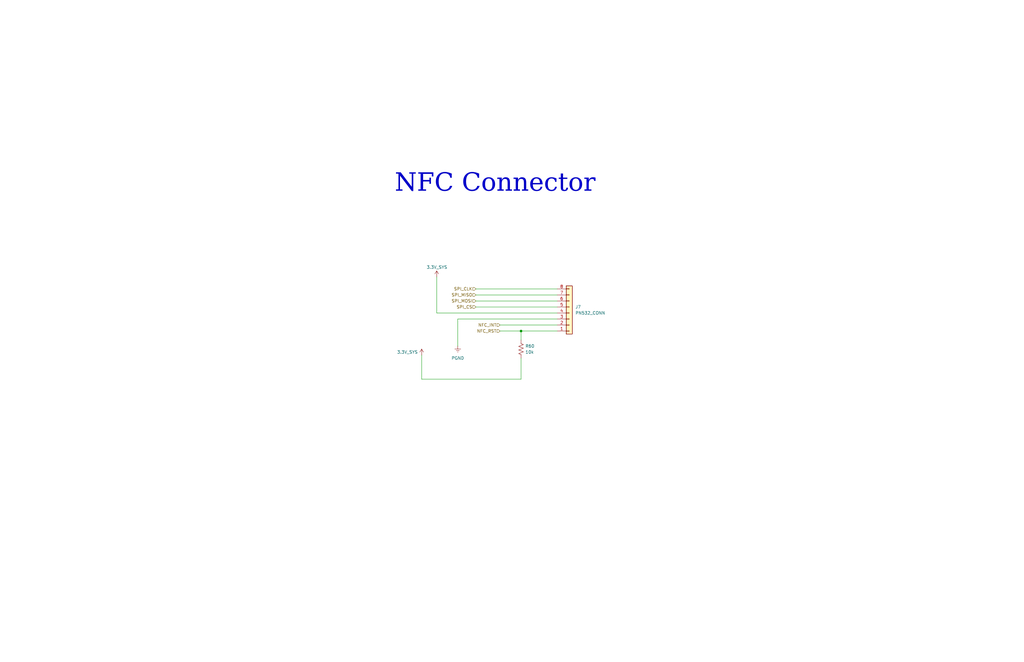
<source format=kicad_sch>
(kicad_sch (version 20231120) (generator "eeschema") (generator_version "8.0")
  (paper "B")
  (title_block (title "SCAN Schematic") (date "2025-02-25") (rev "1.2") (company "Senior Design Group 35"))
  (lib_symbols
    (symbol "Connector_Generic:Conn_01x08" (pin_names (offset 1.016) hide)
      (property "Reference" "J7" (at 2.54 0.0001 0))
      (property "Value" "PN532_CONN" (at 2.54 -2.5399 0))
      (symbol "Conn_01x08_1_1"
        (rectangle (start -1.27 -10.033) (end 0 -10.287) (stroke (width 0.1524)))
        (rectangle (start -1.27 -7.493) (end 0 -7.747) (stroke (width 0.1524)))
        (rectangle (start -1.27 -4.953) (end 0 -5.207) (stroke (width 0.1524)))
        (rectangle (start -1.27 -2.413) (end 0 -2.667) (stroke (width 0.1524)))
        (rectangle (start -1.27 0.127) (end 0 -0.127) (stroke (width 0.1524)))
        (rectangle (start -1.27 2.667) (end 0 2.413) (stroke (width 0.1524)))
        (rectangle (start -1.27 5.207) (end 0 4.953) (stroke (width 0.1524)))
        (rectangle (start -1.27 7.747) (end 0 7.493) (stroke (width 0.1524)))
        (rectangle (start -1.27 8.89) (end 1.27 -11.43) (stroke (width 0.254)) (fill (type background)))
        (pin passive line (at -5.08 -10.16 0) (length 3.81) (name "Pin_8") (number "1"))
        (pin passive line (at -5.08 -7.62 0) (length 3.81) (name "Pin_7") (number "2"))
        (pin passive line (at -5.08 -5.08 0) (length 3.81) (name "Pin_6") (number "3"))
        (pin passive line (at -5.08 -2.54 0) (length 3.81) (name "Pin_5") (number "4"))
        (pin passive line (at -5.08 0 0) (length 3.81) (name "Pin_4") (number "5"))
        (pin passive line (at -5.08 2.54 0) (length 3.81) (name "Pin_3") (number "6"))
        (pin passive line (at -5.08 5.08 0) (length 3.81) (name "Pin_2") (number "7"))
        (pin passive line (at -5.08 7.62 0) (length 3.81) (name "Pin_1") (number "8"))
      )
    )
    (symbol "Device:R_US" (pin_numbers hide) (pin_names (offset 0))
      (property "Reference" "R" (at 2.54 0 90))
      (property "Value" "R_US" (at -2.54 0 90))
      (symbol "R_US_0_1"
        (polyline (pts (xy 0 -2.286) (xy 0 -2.54)))
        (polyline (pts (xy 0 2.286) (xy 0 2.54)))
        (polyline (pts (xy 0 -0.762) (xy 1.016 -1.143) (xy 0 -1.524) (xy -1.016 -1.905) (xy 0 -2.286)))
        (polyline (pts (xy 0 0.762) (xy 1.016 0.381) (xy 0 0) (xy -1.016 -0.381) (xy 0 -0.762)))
        (polyline (pts (xy 0 2.286) (xy 1.016 1.905) (xy 0 1.524) (xy -1.016 1.143) (xy 0 0.762)))
      )
      (symbol "R_US_1_1"
        (pin passive line (at 0 3.81 270) (length 1.27) (name "~") (number "1"))
        (pin passive line (at 0 -3.81 90) (length 1.27) (name "~") (number "2"))
      )
    )
    (symbol "power:+3.3V" (power) (pin_numbers hide) (pin_names (offset 0) hide)
      (property "Value" "+3.3V" (at 0 3.556 0))
      (symbol "+3.3V_0_1"
        (polyline (pts (xy -0.762 1.27) (xy 0 2.54)))
        (polyline (pts (xy 0 0) (xy 0 2.54)))
        (polyline (pts (xy 0 2.54) (xy 0.762 1.27)))
      )
      (symbol "+3.3V_1_1"
        (pin power_in line (at 0 0 90) (length 0) (name "~") (number "1"))
      )
    )
    (symbol "power:GNDREF" (power) (pin_numbers hide) (pin_names (offset 0) hide)
      (property "Value" "GNDREF" (at 0 -3.81 0))
      (symbol "GNDREF_0_1"
        (polyline (pts (xy -0.635 -1.905) (xy 0.635 -1.905)))
        (polyline (pts (xy -0.127 -2.54) (xy 0.127 -2.54)))
        (polyline (pts (xy 0 -1.27) (xy 0 0)))
        (polyline (pts (xy 1.27 -1.27) (xy -1.27 -1.27)))
      )
      (symbol "GNDREF_1_1"
        (pin power_in line (at 0 0 270) (length 0) (name "~") (number "1"))
      )
    )
  )
  (junction (at 219.71 139.7))
  (wire (pts (xy 210.82 139.7) (xy 219.71 139.7)))
  (wire (pts (xy 219.71 151.13) (xy 219.71 160.02)))
  (wire (pts (xy 219.71 139.7) (xy 234.95 139.7)))
  (wire (pts (xy 219.71 160.02) (xy 177.8 160.02)))
  (wire (pts (xy 177.8 160.02) (xy 177.8 149.86)))
  (wire (pts (xy 200.66 124.46) (xy 234.95 124.46)))
  (wire (pts (xy 200.66 129.54) (xy 234.95 129.54)))
  (wire (pts (xy 210.82 137.16) (xy 234.95 137.16)))
  (wire (pts (xy 184.15 132.08) (xy 234.95 132.08)))
  (wire (pts (xy 219.71 139.7) (xy 219.71 143.51)))
  (wire (pts (xy 193.04 134.62) (xy 234.95 134.62)))
  (wire (pts (xy 200.66 127) (xy 234.95 127)))
  (wire (pts (xy 193.04 146.05) (xy 193.04 134.62)))
  (wire (pts (xy 184.15 116.84) (xy 184.15 132.08)))
  (wire (pts (xy 200.66 121.92) (xy 234.95 121.92)))
  (text "NFC Connector" (at 208.788 79.502 0) (effects (font (size 7.62 7.62) (thickness 0.9525))))
  (hierarchical_label "NFC_RST" (shape input) (at 210.82 139.7 180))
  (hierarchical_label "SPI_CS" (shape input) (at 200.66 129.54 180))
  (hierarchical_label "SPI_MOSI" (shape input) (at 200.66 127 180))
  (hierarchical_label "SPI_CLK" (shape input) (at 200.66 121.92 180))
  (hierarchical_label "NFC_INT" (shape input) (at 210.82 137.16 180))
  (hierarchical_label "SPI_MISO" (shape input) (at 200.66 124.46 180))
  (symbol (lib_id "Connector_Generic:Conn_01x08") (at 240.03 129.54 0) (unit 1)
    (property "Reference" "J7" (at 242.57 129.5399 0) (effects (justify left)))
    (property "Value" "PN532_CONN" (at 242.57 132.0799 0) (effects (justify left)))
    (property "Footprint" "Connector_PinHeader_2.54mm:PinHeader_1x08_P2.54mm_Horizontal" (effects (hide yes)))
    (property "Description" "Generic connector, single row, 01x08, script generated (kicad-library-utils/schlib/autogen/connector/)" (effects (hide yes)))
  )
  (symbol (lib_id "Device:R_US") (at 219.71 147.32 0) (unit 1)
    (property "Reference" "R60" (at 221.488 146.05 0) (effects (justify left)))
    (property "Value" "10k" (at 221.488 148.59 0) (effects (justify left)))
    (property "Footprint" "Resistor_SMD:R_0805_2012Metric" (effects (hide yes)))
    (property "Description" "Resistor, US symbol" (effects (hide yes)))
    (property "MFR_PN" "CRCW080510K0FKEAC" (effects (hide yes)))
    (property "JLCPCB Part Number" "C844814" (effects (hide yes)))
    (property "Manufacturer_Name" "Vishay Dale" (effects (hide yes)))
  )
  (symbol (lib_id "power:+3.3V") (at 177.8 149.86 0) (unit 1)
    (property "Reference" "#PWR084" (effects (hide yes)))
    (property "Value" "3.3V_SYS" (at 167.386 148.59 0) (effects (justify left)))
    (property "Description" "Power symbol creates a global label with name \"+3.3V\"" (effects (hide yes)))
  )
  (symbol (lib_id "power:GNDREF") (at 193.04 146.05 0) (unit 1)
    (property "Reference" "#PWR086" (effects (hide yes)))
    (property "Value" "PGND" (at 193.04 151.13 0))
    (property "Description" "Power symbol creates a global label with name \"GNDREF\" , reference supply ground" (effects (hide yes)))
  )
  (symbol (lib_id "power:+3.3V") (at 184.15 116.84 0) (unit 1)
    (property "Reference" "#PWR085" (effects (hide yes)))
    (property "Value" "3.3V_SYS" (at 179.832 112.776 0) (effects (justify left)))
    (property "Description" "Power symbol creates a global label with name \"+3.3V\"" (effects (hide yes)))
  )
)
</source>
